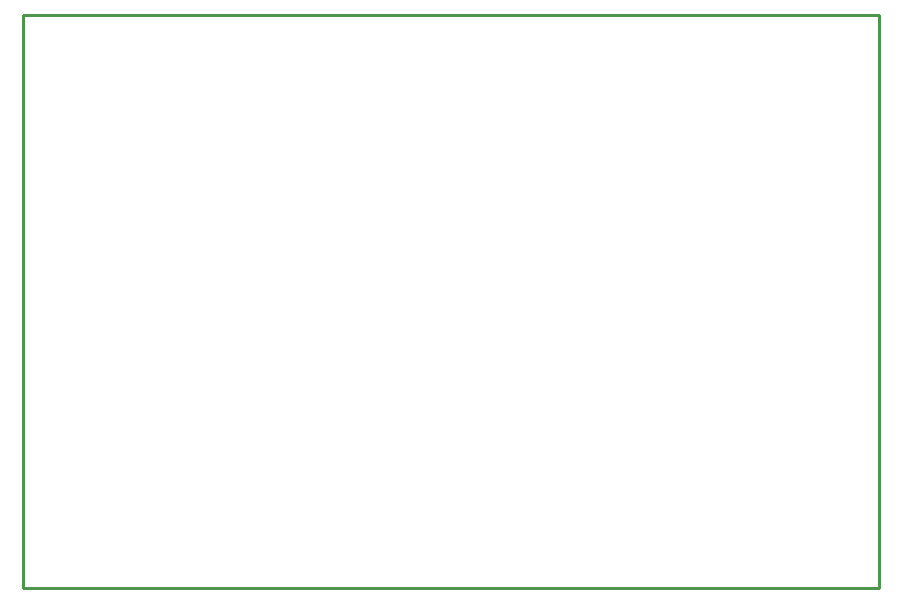
<source format=gko>
G04 Layer: BoardOutline*
G04 EasyEDA v6.2.46, 2019-11-23T13:25:43+01:00*
G04 d8a7f896a94247d8beab61903426e2c7,093294e231294aec929f11af430ff8d8,10*
G04 Gerber Generator version 0.2*
G04 Scale: 100 percent, Rotated: No, Reflected: No *
G04 Dimensions in millimeters *
G04 leading zeros omitted , absolute positions ,3 integer and 3 decimal *
%FSLAX33Y33*%
%MOMM*%
G90*
G71D02*

%ADD10C,0.254000*%
G54D10*
G01X0Y48500D02*
G01X72501Y48501D01*
G01X72501Y0D01*
G01X1501Y0D01*
G01X0Y0D01*
G01X0Y0D02*
G01X0Y48501D01*

%LPD*%
M00*
M02*

</source>
